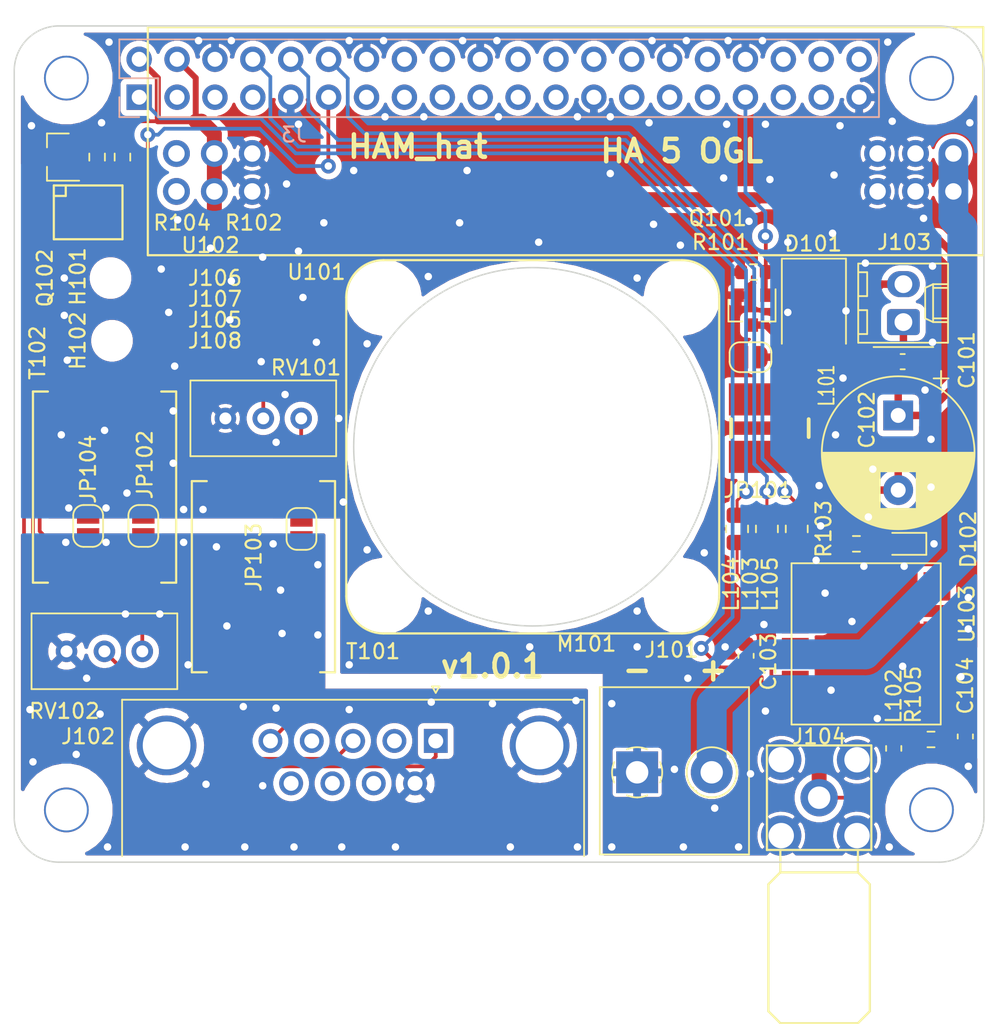
<source format=kicad_pcb>
(kicad_pcb (version 20171130) (host pcbnew "(5.1.12)")
  (title_block (title "Ham hat") (date 2021-12-03) (rev v1.0.1) (company "Logonex Bt.") (comment 1 "Drawn by HA5OGL"))
  (layers (0 F.Cu signal) (31 B.Cu signal) (34 B.Paste user) (35 F.Paste user) (36 B.SilkS user) (37 F.SilkS user) (38 B.Mask user) (39 F.Mask user) (44 Edge.Cuts user))
  (net 0 "")
  (net 1 /P5V_HAT)
  (net 2 GND)
  (net 3 "Net-(J101-Pad2)")
  (net 4 "Net-(C101-Pad2)")
  (net 5 "Net-(D101-Pad2)")
  (net 6 "Net-(D102-Pad2)")
  (net 7 GNDA)
  (net 8 "Net-(J3-Pad8)")
  (net 9 "Net-(J3-Pad10)")
  (net 10 "Net-(J104-Pad1)")
  (net 11 /P3V3_HAT)
  (net 12 "Net-(J105-Pad1)")
  (net 13 "Net-(J107-Pad1)")
  (net 14 /PTT)
  (net 15 /PWM)
  (net 16 "Net-(Q102-Pad3)")
  (net 17 "Net-(R104-Pad1)")
  (net 18 "Net-(C104-Pad2)")
  (net 19 "Net-(L102-Pad1)")
  (net 20 "Net-(L103-Pad2)")
  (net 21 "Net-(L104-Pad2)")
  (net 22 "Net-(J102-Pad5)")
  (net 23 "Net-(J102-Pad3)")
  (net 24 "Net-(J102-Pad1)")
  (net 25 "Net-(J3-Pad12)")
  (net 26 "Net-(L105-Pad2)")
  (net 27 "Net-(JP102-Pad2)")
  (net 28 "Net-(JP103-Pad1)")
  (module Jumper:SolderJumper-2_P1.3mm_Open_RoundedPad1.0x1.5mm (layer F.Cu) (at 83.5 94.3 270)
    (fp_text reference JP104 (at -3.8 0 90) (layer F.SilkS))
    (fp_text value SolderJumper_2_Open)
    (pad 2 smd custom (at 0.65 0 270) (size 1 0.5) (layers F.Cu F.Mask) (net 7 GNDA) (options (clearance outline) (anchor rect)) (primitives (gr_circle (center 0 0.25) (end 0.5 0.25) (width 0)) (gr_circle (center 0 -0.25) (end 0.5 -0.25) (width 0)) (gr_poly (pts (xy 0 -0.75) (xy -0.5 -0.75) (xy -0.5 0.75) (xy 0 0.75)) (width 0))))
    (pad 1 smd custom (at -0.65 0 270) (size 1 0.5) (layers F.Cu F.Mask) (net 2 GND) (options (clearance outline) (anchor rect)) (primitives (gr_circle (center 0 0.25) (end 0.5 0.25) (width 0)) (gr_circle (center 0 -0.25) (end 0.5 -0.25) (width 0)) (gr_poly (pts (xy 0 -0.75) (xy 0.5 -0.75) (xy 0.5 0.75) (xy 0 0.75)) (width 0))))
  )
  (module Jumper:SolderJumper-2_P1.3mm_Open_RoundedPad1.0x1.5mm (layer F.Cu) (at 97.8 94.5 270)
    (fp_text reference JP103 (at 1.9 3.2 90) (layer F.SilkS))
    (fp_text value SolderJumper_2_Open)
    (pad 2 smd custom (at 0.65 0 270) (size 1 0.5) (layers F.Cu F.Mask) (net 22 "Net-(J102-Pad5)") (options (clearance outline) (anchor rect)) (primitives (gr_circle (center 0 0.25) (end 0.5 0.25) (width 0)) (gr_circle (center 0 -0.25) (end 0.5 -0.25) (width 0)) (gr_poly (pts (xy 0 -0.75) (xy -0.5 -0.75) (xy -0.5 0.75) (xy 0 0.75)) (width 0))))
    (pad 1 smd custom (at -0.65 0 270) (size 1 0.5) (layers F.Cu F.Mask) (net 28 "Net-(JP103-Pad1)") (options (clearance outline) (anchor rect)) (primitives (gr_circle (center 0 0.25) (end 0.5 0.25) (width 0)) (gr_circle (center 0 -0.25) (end 0.5 -0.25) (width 0)) (gr_poly (pts (xy 0 -0.75) (xy 0.5 -0.75) (xy 0.5 0.75) (xy 0 0.75)) (width 0))))
  )
  (module Jumper:SolderJumper-2_P1.3mm_Open_RoundedPad1.0x1.5mm (layer F.Cu) (at 87.2 94.3 270)
    (fp_text reference JP102 (at -4.1 -0.1 90) (layer F.SilkS))
    (fp_text value SolderJumper_2_Open)
    (pad 2 smd custom (at 0.65 0 270) (size 1 0.5) (layers F.Cu F.Mask) (net 27 "Net-(JP102-Pad2)") (options (clearance outline) (anchor rect)) (primitives (gr_circle (center 0 0.25) (end 0.5 0.25) (width 0)) (gr_circle (center 0 -0.25) (end 0.5 -0.25) (width 0)) (gr_poly (pts (xy 0 -0.75) (xy -0.5 -0.75) (xy -0.5 0.75) (xy 0 0.75)) (width 0))))
    (pad 1 smd custom (at -0.65 0 270) (size 1 0.5) (layers F.Cu F.Mask) (net 13 "Net-(J107-Pad1)") (options (clearance outline) (anchor rect)) (primitives (gr_circle (center 0 0.25) (end 0.5 0.25) (width 0)) (gr_circle (center 0 -0.25) (end 0.5 -0.25) (width 0)) (gr_poly (pts (xy 0 -0.75) (xy 0.5 -0.75) (xy 0.5 0.75) (xy 0 0.75)) (width 0))))
  )
  (module Resistor_SMD:R_0805_2012Metric (layer F.Cu) (at 131 94.5 270)
    (fp_text reference L105 (at 3.7 1.8 90) (layer F.SilkS))
    (fp_text value Ferrite)
    (pad 2 smd roundrect (at 0.9125 0 270) (size 1.025 1.4) (layers F.Cu F.Paste F.Mask) (roundrect_rratio 0.243902) (net 26 "Net-(L105-Pad2)"))
    (pad 1 smd roundrect (at -0.9125 0 270) (size 1.025 1.4) (layers F.Cu F.Paste F.Mask) (roundrect_rratio 0.243902) (net 25 "Net-(J3-Pad12)"))
  )
  (module l_rf:SMA_angled (layer F.Cu) (at 132.5 112.5 270)
    (fp_text reference J104 (at -4.1 0 180) (layer F.SilkS))
    (fp_text value SMA6252A2)
    (pad 2 thru_hole circle (at -2.54 2.54 270) (size 2.7 2.7) (drill 1.7) (layers *.Cu *.Mask) (net 2 GND))
    (pad 2 thru_hole circle (at 2.54 2.54 270) (size 2.7 2.7) (drill 1.7) (layers *.Cu *.Mask) (net 2 GND))
    (pad 2 thru_hole circle (at 2.54 -2.54 270) (size 2.7 2.7) (drill 1.7) (layers *.Cu *.Mask) (net 2 GND))
    (pad 2 thru_hole circle (at -2.54 -2.54 270) (size 2.7 2.7) (drill 1.7) (layers *.Cu *.Mask) (net 2 GND))
    (pad 1 thru_hole circle (at 0 0 270) (size 2.5 2.5) (drill 1.5) (layers *.Cu *.Mask) (net 10 "Net-(J104-Pad1)"))
  )
  (module Resistor_SMD:R_0603_1608Metric (layer F.Cu) (at 140 108.6)
    (fp_text reference R105 (at -1.2 -3 90) (layer F.SilkS))
    (fp_text value 10R)
    (pad 2 smd roundrect (at 0.825 0) (size 0.8 0.95) (layers F.Cu F.Paste F.Mask) (net 18 "Net-(C104-Pad2)"))
    (pad 1 smd roundrect (at -0.825 0) (size 0.8 0.95) (layers F.Cu F.Paste F.Mask) (net 19 "Net-(L102-Pad1)"))
  )
  (module Resistor_SMD:R_0805_2012Metric (layer F.Cu) (at 127 94.5 270)
    (fp_text reference L104 (at 3.7 0.4 90) (layer F.SilkS))
    (fp_text value Ferrite)
    (pad 2 smd roundrect (at 0.9125 0 270) (size 1.025 1.4) (layers F.Cu F.Paste F.Mask) (roundrect_rratio 0.243902) (net 21 "Net-(L104-Pad2)"))
    (pad 1 smd roundrect (at -0.9125 0 270) (size 1.025 1.4) (layers F.Cu F.Paste F.Mask) (roundrect_rratio 0.243902) (net 8 "Net-(J3-Pad8)"))
  )
  (module Resistor_SMD:R_0805_2012Metric (layer F.Cu) (at 129 94.5 270)
    (fp_text reference L103 (at 3.7 1.1 90) (layer F.SilkS))
    (fp_text value Ferrite)
    (pad 2 smd roundrect (at 0.9125 0 270) (size 1.025 1.4) (layers F.Cu F.Paste F.Mask) (roundrect_rratio 0.243902) (net 20 "Net-(L103-Pad2)"))
    (pad 1 smd roundrect (at -0.9125 0 270) (size 1.025 1.4) (layers F.Cu F.Paste F.Mask) (roundrect_rratio 0.243902) (net 9 "Net-(J3-Pad10)"))
  )
  (module Inductor_SMD:L_0603_1608Metric (layer F.Cu) (at 137.5 109.2 270)
    (fp_text reference L102 (at -3.5 0 90) (layer F.SilkS))
    (fp_text value 27u)
    (pad 2 smd roundrect (at 0.7875 0 270) (size 0.875 0.95) (layers F.Cu F.Paste F.Mask) (net 10 "Net-(J104-Pad1)"))
    (pad 1 smd roundrect (at -0.7875 0 270) (size 0.875 0.95) (layers F.Cu F.Paste F.Mask) (net 19 "Net-(L102-Pad1)"))
  )
  (module Capacitor_SMD:C_0603_1608Metric (layer F.Cu) (at 142.3 108.4 90)
    (fp_text reference C104 (at 3.4 0 90) (layer F.SilkS))
    (fp_text value 10n)
    (pad 2 smd roundrect (at 0.775 0 90) (size 0.9 0.95) (layers F.Cu F.Paste F.Mask) (net 18 "Net-(C104-Pad2)"))
    (pad 1 smd roundrect (at -0.775 0 90) (size 0.9 0.95) (layers F.Cu F.Paste F.Mask) (net 2 GND))
  )
  (module l_transformer:SM_LP_5001 (layer F.Cu) (at 84.6 91.7 270)
    (fp_text reference T102 (at -9 4.5 90) (layer F.SilkS))
    (fp_text value SM-LP-5001)
    (pad 6 smd rect (at 6.25 -2.54 270) (size 2.5 1.5) (layers F.Cu F.Paste F.Mask) (net 27 "Net-(JP102-Pad2)"))
    (pad 5 smd rect (at 6.25 0 270) (size 2.5 1.5) (layers F.Cu F.Paste F.Mask))
    (pad 4 smd rect (at 6.25 2.54 270) (size 2.5 1.5) (layers F.Cu F.Paste F.Mask) (net 7 GNDA))
    (pad 3 smd rect (at -6.25 2.54 270) (size 2.5 1.5) (layers F.Cu F.Paste F.Mask) (net 2 GND))
    (pad 2 smd rect (at -6.25 0 270) (size 2.5 1.5) (layers F.Cu F.Paste F.Mask))
    (pad 1 smd rect (at -6.25 -2.54 270) (size 2.5 1.5) (layers F.Cu F.Paste F.Mask) (net 13 "Net-(J107-Pad1)"))
  )
  (module l_transformer:SM_LP_5001 (layer F.Cu) (at 95.25 97.7 270)
    (fp_text reference T101 (at 5 -7.35 180) (layer F.SilkS))
    (fp_text value SM-LP-5001)
    (pad 6 smd rect (at 6.25 -2.54 270) (size 2.5 1.5) (layers F.Cu F.Paste F.Mask) (net 22 "Net-(J102-Pad5)"))
    (pad 5 smd rect (at 6.25 0 270) (size 2.5 1.5) (layers F.Cu F.Paste F.Mask))
    (pad 4 smd rect (at 6.25 2.54 270) (size 2.5 1.5) (layers F.Cu F.Paste F.Mask) (net 7 GNDA))
    (pad 3 smd rect (at -6.25 2.54 270) (size 2.5 1.5) (layers F.Cu F.Paste F.Mask) (net 2 GND))
    (pad 2 smd rect (at -6.25 0 270) (size 2.5 1.5) (layers F.Cu F.Paste F.Mask))
    (pad 1 smd rect (at -6.25 -2.54 270) (size 2.5 1.5) (layers F.Cu F.Paste F.Mask) (net 28 "Net-(JP103-Pad1)"))
  )
  (module l_SM_inductors:IND_PCD0504 (layer F.Cu) (at 129.2 87.75 270)
    (fp_text reference L101 (at -2.85 -3.8 270) (layer F.SilkS) (effects (font (size 1.016 0.762) (thickness 0.127))))
    (fp_text value 220u)
    (pad 2 smd rect (at 1.925 0 180) (size 5.5 2.15) (layers F.Cu F.Paste F.Mask) (net 4 "Net-(C101-Pad2)"))
    (pad 1 smd rect (at -1.925 0 180) (size 5.5 2.15) (layers F.Cu F.Paste F.Mask) (net 5 "Net-(D101-Pad2)"))
  )
  (module l_optocoupler:11-4M1S (layer F.Cu) (at 83.5 73.3)
    (fp_text reference U102 (at 8.2 2.2) (layer F.SilkS))
    (fp_text value TLP185)
    (pad 4 smd rect (at 3.2512 1.27) (size 0.89916 0.89916) (layers F.Cu F.Paste F.Mask) (net 7 GNDA))
    (pad 6 smd rect (at 3.2512 -1.27) (size 0.89916 0.89916) (layers F.Cu F.Paste F.Mask) (net 23 "Net-(J102-Pad3)"))
    (pad 1 smd rect (at -3.2512 -1.27) (size 0.89916 0.89916) (layers F.Cu F.Paste F.Mask) (net 17 "Net-(R104-Pad1)"))
    (pad 3 smd rect (at -3.2512 1.27) (size 0.89916 0.89916) (layers F.Cu F.Paste F.Mask) (net 16 "Net-(Q102-Pad3)"))
  )
  (module LED_SMD:LED_0603_1608Metric (layer F.Cu) (at 138.2 95.5 180)
    (fp_text reference D102 (at -4.3 0.3 90) (layer F.SilkS))
    (fp_text value GRE)
    (pad 2 smd roundrect (at 0.7875 0 180) (size 0.875 0.95) (layers F.Cu F.Paste F.Mask) (net 6 "Net-(D102-Pad2)"))
    (pad 1 smd roundrect (at -0.7875 0 180) (size 0.875 0.95) (layers F.Cu F.Paste F.Mask) (net 2 GND))
  )
  (module Resistor_SMD:R_0603_1608Metric (layer F.Cu) (at 85.8 69.6 90)
    (fp_text reference R104 (at -4.4 4 180) (layer F.SilkS))
    (fp_text value 510R)
    (pad 2 smd roundrect (at 0.825 0 90) (size 0.8 0.95) (layers F.Cu F.Paste F.Mask) (net 1 /P5V_HAT))
    (pad 1 smd roundrect (at -0.825 0 90) (size 0.8 0.95) (layers F.Cu F.Paste F.Mask) (net 17 "Net-(R104-Pad1)"))
  )
  (module Resistor_SMD:R_0603_1608Metric (layer F.Cu) (at 135 95.5)
    (fp_text reference R103 (at -2.2 -1 90) (layer F.SilkS))
    (fp_text value 510R)
    (pad 2 smd roundrect (at 0.825 0) (size 0.8 0.95) (layers F.Cu F.Paste F.Mask) (net 6 "Net-(D102-Pad2)"))
    (pad 1 smd roundrect (at -0.825 0) (size 0.8 0.95) (layers F.Cu F.Paste F.Mask) (net 26 "Net-(L105-Pad2)"))
  )
  (module Package_TO_SOT_SMD:SOT-23 (layer F.Cu) (at 81.5 69.6 180)
    (fp_text reference Q102 (at 0.9 -8.1 90) (layer F.SilkS))
    (fp_text value BSS138)
    (pad 3 smd rect (at 1 0 180) (size 0.9 0.8) (layers F.Cu F.Paste F.Mask) (net 16 "Net-(Q102-Pad3)"))
    (pad 2 smd rect (at -1 0.95 180) (size 0.9 0.8) (layers F.Cu F.Paste F.Mask) (net 2 GND))
    (pad 1 smd rect (at -1 -0.95 180) (size 0.9 0.8) (layers F.Cu F.Paste F.Mask) (net 14 /PTT))
  )
  (module l_rf:MAX8 (layer F.Cu) (at 135.65 102.2 270)
    (fp_text reference U103 (at -2 -6.75 90) (layer F.SilkS))
    (fp_text value MAX-8C-0)
    (pad 9 smd rect (at 4.4 4.75 270) (size 0.8 1.8) (layers F.Cu F.Paste F.Mask))
    (pad 10 smd rect (at 4.4 -4.75 270) (size 0.8 1.8) (layers F.Cu F.Paste F.Mask) (net 2 GND))
    (pad 8 smd rect (at 3.3 4.75 270) (size 0.8 1.8) (layers F.Cu F.Paste F.Mask) (net 11 /P3V3_HAT))
    (pad 11 smd rect (at 3.3 -4.75 270) (size 0.8 1.8) (layers F.Cu F.Paste F.Mask) (net 10 "Net-(J104-Pad1)"))
    (pad 7 smd rect (at 2.2 4.75 270) (size 0.8 1.8) (layers F.Cu F.Paste F.Mask) (net 11 /P3V3_HAT))
    (pad 12 smd rect (at 2.2 -4.75 270) (size 0.8 1.8) (layers F.Cu F.Paste F.Mask) (net 2 GND))
    (pad 6 smd rect (at 1.1 4.75 270) (size 0.8 1.8) (layers F.Cu F.Paste F.Mask) (net 11 /P3V3_HAT))
    (pad 13 smd rect (at 1.1 -4.75 270) (size 0.8 1.8) (layers F.Cu F.Paste F.Mask))
    (pad 5 smd rect (at 0 4.75 270) (size 0.8 1.8) (layers F.Cu F.Paste F.Mask))
    (pad 14 smd rect (at 0 -4.75 270) (size 0.8 1.8) (layers F.Cu F.Paste F.Mask) (net 18 "Net-(C104-Pad2)"))
    (pad 4 smd rect (at -1.1 4.75 270) (size 0.8 1.8) (layers F.Cu F.Paste F.Mask) (net 26 "Net-(L105-Pad2)"))
    (pad 15 smd rect (at -1.1 -4.75 270) (size 0.8 1.8) (layers F.Cu F.Paste F.Mask) (net 2 GND))
    (pad 3 smd rect (at -2.2 4.75 270) (size 0.8 1.8) (layers F.Cu F.Paste F.Mask) (net 21 "Net-(L104-Pad2)"))
    (pad 16 smd rect (at -2.2 -4.75 270) (size 0.8 1.8) (layers F.Cu F.Paste F.Mask))
    (pad 2 smd rect (at -3.3 4.75 270) (size 0.8 1.8) (layers F.Cu F.Paste F.Mask) (net 20 "Net-(L103-Pad2)"))
    (pad 17 smd rect (at -3.3 -4.75 270) (size 0.8 1.8) (layers F.Cu F.Paste F.Mask))
    (pad 1 smd rect (at -4.4 4.75 270) (size 0.8 1.8) (layers F.Cu F.Paste F.Mask) (net 2 GND))
    (pad 18 smd rect (at -4.4 -4.75 270) (size 0.8 1.8) (layers F.Cu F.Paste F.Mask))
  )
  (module l_fan:25x25 (layer F.Cu) (at 113.3 89 180)
    (fp_text reference M101 (at -3.6 -13.2 180) (layer F.SilkS))
    (fp_text value Fan)
    (fp_circle (center 0 0) (end 12 0) (layer Edge.Cuts) (width 0.1))
    (pad "" np_thru_hole circle (at -10 10 180) (size 2.7 2.7) (drill 2.7) (layers *.Cu *.Mask) (clearance 1.2))
    (pad "" np_thru_hole circle (at 10 10 180) (size 2.7 2.7) (drill 2.7) (layers *.Cu *.Mask) (clearance 1.2))
    (pad "" np_thru_hole circle (at 10 -10 180) (size 2.7 2.7) (drill 2.7) (layers *.Cu *.Mask) (clearance 1.2))
    (pad "" np_thru_hole circle (at -10 -10 180) (size 2.7 2.7) (drill 2.7) (layers *.Cu *.Mask) (clearance 1.2))
  )
  (module MountingHole:MountingHole_2mm (layer F.Cu) (at 85.1 81.9)
    (fp_text reference H102 (at -2.3 0 270) (layer F.SilkS))
    (fp_text value 2mm_Mounting_Hole)
    (pad "" np_thru_hole circle (at 0 0) (size 2 2) (drill 2) (layers *.Cu *.Mask))
  )
  (module MountingHole:MountingHole_2mm (layer F.Cu) (at 85 77.7)
    (fp_text reference H101 (at -2.2 -0.1 270) (layer F.SilkS))
    (fp_text value 2mm_Mounting_Hole)
    (pad "" np_thru_hole circle (at 0 0) (size 2 2) (drill 2) (layers *.Cu *.Mask))
  )
  (module Capacitor_SMD:C_0603_1608Metric (layer F.Cu) (at 127.6 103 90)
    (fp_text reference C103 (at -0.4 1.5 90) (layer F.SilkS))
    (fp_text value 100n)
    (pad 2 smd roundrect (at 0.775 0 90) (size 0.9 0.95) (layers F.Cu F.Paste F.Mask) (net 2 GND))
    (pad 1 smd roundrect (at -0.775 0 90) (size 0.9 0.95) (layers F.Cu F.Paste F.Mask) (net 11 /P3V3_HAT))
  )
  (module Jumper:SolderJumper-2_P1.3mm_Open_RoundedPad1.0x1.5mm (layer F.Cu) (at 127.9 83 180)
    (fp_text reference JP101 (at -0.5 -8.9) (layer F.SilkS))
    (fp_text value SolderJumper_2_Open)
    (pad 2 smd custom (at 0.65 0 180) (size 1 0.5) (layers F.Cu F.Mask) (net 2 GND) (options (clearance outline) (anchor rect)) (primitives (gr_circle (center 0 0.25) (end 0.5 0.25) (width 0)) (gr_circle (center 0 -0.25) (end 0.5 -0.25) (width 0)) (gr_poly (pts (xy 0 -0.75) (xy -0.5 -0.75) (xy -0.5 0.75) (xy 0 0.75)) (width 0))))
    (pad 1 smd custom (at -0.65 0 180) (size 1 0.5) (layers F.Cu F.Mask) (net 5 "Net-(D101-Pad2)") (options (clearance outline) (anchor rect)) (primitives (gr_circle (center 0 0.25) (end 0.5 0.25) (width 0)) (gr_circle (center 0 -0.25) (end 0.5 -0.25) (width 0)) (gr_poly (pts (xy 0 -0.75) (xy 0.5 -0.75) (xy 0.5 0.75) (xy 0 0.75)) (width 0))))
  )
  (module Connector_Wire:SolderWirePad_1x01_SMD_1x2mm (layer F.Cu) (at 95.2 81.9 90)
    (fp_text reference J108 (at 0 -3.2 180) (layer F.SilkS))
    (fp_text value Conn_01x01)
    (pad 1 smd roundrect (at 0 0 90) (size 1 2) (layers F.Cu F.Paste F.Mask) (net 2 GND))
  )
  (module Connector_Wire:SolderWirePad_1x01_SMD_1x2mm (layer F.Cu) (at 95.2 79.1 90)
    (fp_text reference J107 (at 0 -3.2 180) (layer F.SilkS))
    (fp_text value Conn_01x01)
    (pad 1 smd roundrect (at 0 0 90) (size 1 2) (layers F.Cu F.Paste F.Mask) (net 13 "Net-(J107-Pad1)"))
  )
  (module Connector_Wire:SolderWirePad_1x01_SMD_1x2mm (layer F.Cu) (at 95.2 77.7 90)
    (fp_text reference J106 (at 0 -3.2 180) (layer F.SilkS))
    (fp_text value Conn_01x01)
    (pad 1 smd roundrect (at 0 0 90) (size 1 2) (layers F.Cu F.Paste F.Mask) (net 2 GND))
  )
  (module Connector_Wire:SolderWirePad_1x01_SMD_1x2mm (layer F.Cu) (at 95.2 80.5 90)
    (fp_text reference J105 (at 0 -3.2 180) (layer F.SilkS))
    (fp_text value Conn_01x01)
    (pad 1 smd roundrect (at 0 0 90) (size 1 2) (layers F.Cu F.Paste F.Mask) (net 12 "Net-(J105-Pad1)"))
  )
  (module Capacitor_THT:CP_Radial_D10.0mm_P5.00mm (layer F.Cu) (at 137.8 86.9 270)
    (fp_text reference C102 (at 0.3 2.1 270) (layer F.SilkS))
    (fp_text value 470u)
    (pad 2 thru_hole circle (at 5 0 270) (size 2 2) (drill 1) (layers *.Cu *.Mask) (net 4 "Net-(C101-Pad2)"))
    (pad 1 thru_hole rect (at 0 0 270) (size 2 2) (drill 1) (layers *.Cu *.Mask) (net 1 /P5V_HAT))
  )
  (module Potentiometer_THT:Potentiometer_Bourns_3296W_Vertical (layer F.Cu) (at 82.05 102.7 180)
    (fp_text reference RV102 (at 0.15 -4) (layer F.SilkS))
    (fp_text value 10k)
    (pad 3 thru_hole circle (at -5.08 0 180) (size 1.44 1.44) (drill 0.8) (layers *.Cu *.Mask) (net 27 "Net-(JP102-Pad2)"))
    (pad 2 thru_hole circle (at -2.54 0 180) (size 1.44 1.44) (drill 0.8) (layers *.Cu *.Mask) (net 24 "Net-(J102-Pad1)"))
    (pad 1 thru_hole circle (at 0 0 180) (size 1.44 1.44) (drill 0.8) (layers *.Cu *.Mask) (net 7 GNDA))
  )
  (module Potentiometer_THT:Potentiometer_Bourns_3296W_Vertical (layer F.Cu) (at 92.7 87.1 180)
    (fp_text reference RV101 (at -5.4 3.4 180) (layer F.SilkS))
    (fp_text value 10k)
    (pad 3 thru_hole circle (at -5.08 0 180) (size 1.44 1.44) (drill 0.8) (layers *.Cu *.Mask) (net 28 "Net-(JP103-Pad1)"))
    (pad 2 thru_hole circle (at -2.54 0 180) (size 1.44 1.44) (drill 0.8) (layers *.Cu *.Mask) (net 12 "Net-(J105-Pad1)"))
    (pad 1 thru_hole circle (at 0 0 180) (size 1.44 1.44) (drill 0.8) (layers *.Cu *.Mask) (net 2 GND))
  )
  (module Resistor_SMD:R_0603_1608Metric (layer F.Cu) (at 84.1 69.6 270)
    (fp_text reference R102 (at 4.4 -10.5 180) (layer F.SilkS))
    (fp_text value 10k)
    (pad 2 smd roundrect (at 0.825 0 270) (size 0.8 0.95) (layers F.Cu F.Paste F.Mask) (net 14 /PTT))
    (pad 1 smd roundrect (at -0.825 0 270) (size 0.8 0.95) (layers F.Cu F.Paste F.Mask) (net 2 GND))
  )
  (module Resistor_SMD:R_0603_1608Metric (layer F.Cu) (at 128.1 77.3 180)
    (fp_text reference R101 (at 2.2 2) (layer F.SilkS))
    (fp_text value 10k)
    (pad 2 smd roundrect (at 0.825 0 180) (size 0.8 0.95) (layers F.Cu F.Paste F.Mask) (net 2 GND))
    (pad 1 smd roundrect (at -0.825 0 180) (size 0.8 0.95) (layers F.Cu F.Paste F.Mask) (net 15 /PWM))
  )
  (module Package_TO_SOT_SMD:SOT-23 (layer F.Cu) (at 128 79.85 270)
    (fp_text reference Q101 (at -6.15 2.3 180) (layer F.SilkS))
    (fp_text value BSS138)
    (pad 3 smd rect (at 1 0 270) (size 0.9 0.8) (layers F.Cu F.Paste F.Mask) (net 5 "Net-(D101-Pad2)"))
    (pad 2 smd rect (at -1 0.95 270) (size 0.9 0.8) (layers F.Cu F.Paste F.Mask) (net 2 GND))
    (pad 1 smd rect (at -1 -0.95 270) (size 0.9 0.8) (layers F.Cu F.Paste F.Mask) (net 15 /PWM))
  )
  (module Connector_Molex:Molex_KK-254_AE-6410-02A_1x02_P2.54mm_Vertical (layer F.Cu) (at 138.15 80.65 90)
    (fp_text reference J103 (at 5.35 0.05 180) (layer F.SilkS))
    (fp_text value NCW254-02S)
    (pad 2 thru_hole oval (at 2.54 0 90) (size 1.74 2.19) (drill 1.19) (layers *.Cu *.Mask) (net 4 "Net-(C101-Pad2)"))
    (pad 1 thru_hole roundrect (at 0 0 90) (size 1.74 2.19) (drill 1.19) (layers *.Cu *.Mask) (roundrect_rratio 0.143678) (net 1 /P5V_HAT))
  )
  (module l_connector:TerminalBlock-2-5.0_1x02_P5.0mm_Horizontal (layer F.Cu) (at 120.3 110.8)
    (fp_text reference J101 (at 2.3 -8.2) (layer F.SilkS))
    (fp_text value TL212V-02P-G12S)
    (pad 2 thru_hole circle (at 5 0) (size 2.8 2.8) (drill 1.5) (layers *.Cu *.Mask) (net 3 "Net-(J101-Pad2)"))
    (pad 1 thru_hole rect (at 0 0) (size 2.8 2.8) (drill 1.5) (layers *.Cu *.Mask) (net 2 GND))
  )
  (module Diode_SMD:D_SMB (layer F.Cu) (at 132.15 79.95 270)
    (fp_text reference D101 (at -4.55 0.05 180) (layer F.SilkS))
    (fp_text value SK110B)
    (pad 2 smd rect (at 2.15 0 270) (size 2.5 2.3) (layers F.Cu F.Paste F.Mask) (net 5 "Net-(D101-Pad2)"))
    (pad 1 smd rect (at -2.15 0 270) (size 2.5 2.3) (layers F.Cu F.Paste F.Mask) (net 1 /P5V_HAT))
  )
  (module Capacitor_SMD:C_0603_1608Metric (layer F.Cu) (at 138.1 83.3 180)
    (fp_text reference C101 (at -4.3 0.1 90) (layer F.SilkS))
    (fp_text value 100n)
    (pad 2 smd roundrect (at 0.775 0 180) (size 0.9 0.95) (layers F.Cu F.Paste F.Mask) (net 4 "Net-(C101-Pad2)"))
    (pad 1 smd roundrect (at -0.775 0 180) (size 0.9 0.95) (layers F.Cu F.Paste F.Mask) (net 1 /P5V_HAT))
  )
  (module Connector_Dsub:DSUB-9_Female_Horizontal_P2.77x2.84mm_EdgePinOffset4.94mm_Housed_MountingHolesOffset7.48mm (layer F.Cu) (at 106.8 108.7)
    (fp_text reference J102 (at -23.3 -0.3) (layer F.SilkS))
    (fp_text value DB-9RS-C)
    (pad 0 thru_hole circle (at 6.96 0.3) (size 4 4) (drill 3.2) (layers *.Cu *.Mask) (net 7 GNDA))
    (pad 0 thru_hole circle (at -18.04 0.3) (size 4 4) (drill 3.2) (layers *.Cu *.Mask) (net 7 GNDA))
    (pad 9 thru_hole circle (at -9.695 2.84) (size 1.6 1.6) (drill 1) (layers *.Cu *.Mask))
    (pad 8 thru_hole circle (at -6.925 2.84) (size 1.6 1.6) (drill 1) (layers *.Cu *.Mask))
    (pad 7 thru_hole circle (at -4.155 2.84) (size 1.6 1.6) (drill 1) (layers *.Cu *.Mask))
    (pad 6 thru_hole circle (at -1.385 2.84) (size 1.6 1.6) (drill 1) (layers *.Cu *.Mask) (net 7 GNDA))
    (pad 5 thru_hole circle (at -11.08 0) (size 1.6 1.6) (drill 1) (layers *.Cu *.Mask) (net 22 "Net-(J102-Pad5)"))
    (pad 4 thru_hole circle (at -8.31 0) (size 1.6 1.6) (drill 1) (layers *.Cu *.Mask))
    (pad 3 thru_hole circle (at -5.54 0) (size 1.6 1.6) (drill 1) (layers *.Cu *.Mask) (net 23 "Net-(J102-Pad3)"))
    (pad 2 thru_hole circle (at -2.77 0) (size 1.6 1.6) (drill 1) (layers *.Cu *.Mask))
    (pad 1 thru_hole rect (at 0 0) (size 1.6 1.6) (drill 1) (layers *.Cu *.Mask) (net 24 "Net-(J102-Pad1)"))
  )
  (module l_power_mod:power_mod3A (layer F.Cu) (at 141.5 71.9 180)
    (fp_text reference U101 (at 42.7 -5.4) (layer F.SilkS))
    (fp_text value power_mod)
    (pad 7 thru_hole circle (at 52.08 2.54 180) (size 1.8 1.8) (drill 1.1) (layers *.Cu *.Mask))
    (pad 8 thru_hole circle (at 52.08 0 180) (size 1.8 1.8) (drill 1.1) (layers *.Cu *.Mask))
    (pad 9 thru_hole circle (at 49.54 2.54 180) (size 1.8 1.8) (drill 1.1) (layers *.Cu *.Mask) (net 1 /P5V_HAT))
    (pad 10 thru_hole circle (at 49.54 0 180) (size 1.8 1.8) (drill 1.1) (layers *.Cu *.Mask) (net 1 /P5V_HAT))
    (pad 11 thru_hole circle (at 47 2.54 180) (size 1.8 1.8) (drill 1.1) (layers *.Cu *.Mask) (net 2 GND))
    (pad 6 thru_hole circle (at 5.08 2.54 180) (size 1.8 1.8) (drill 1.1) (layers *.Cu *.Mask) (net 2 GND))
    (pad 5 thru_hole circle (at 5.08 0 180) (size 1.8 1.8) (drill 1.1) (layers *.Cu *.Mask) (net 2 GND))
    (pad 4 thru_hole circle (at 2.54 2.54 180) (size 1.8 1.8) (drill 1.1) (layers *.Cu *.Mask) (net 2 GND))
    (pad 3 thru_hole circle (at 2.54 0 180) (size 1.8 1.8) (drill 1.1) (layers *.Cu *.Mask) (net 2 GND))
    (pad 2 thru_hole circle (at 0 2.54 180) (size 1.8 1.8) (drill 1.1) (layers *.Cu *.Mask) (net 3 "Net-(J101-Pad2)"))
    (pad 12 thru_hole circle (at 47 0 180) (size 1.8 1.8) (drill 1.1) (layers *.Cu *.Mask) (net 2 GND))
    (pad 1 thru_hole circle (at 0 0 180) (size 1.8 1.8) (drill 1.1) (layers *.Cu *.Mask) (net 3 "Net-(J101-Pad2)"))
  )
  (module Connector_PinSocket_2.54mm:PinSocket_2x20_P2.54mm_Vertical (layer B.Cu) (at 86.92 65.59 270)
    (fp_text reference J3 (at 2.51 -10.38) (layer B.SilkS) (effects (justify mirror)))
    (fp_text value FHDH2.54-40)
    (pad 1 thru_hole rect (at 0 0 270) (size 1.7 1.7) (drill 1) (layers *.Cu *.Mask) (net 11 /P3V3_HAT))
    (pad 2 thru_hole oval (at -2.54 0 270) (size 1.7 1.7) (drill 1) (layers *.Cu *.Mask) (net 1 /P5V_HAT))
    (pad 3 thru_hole oval (at 0 -2.54 270) (size 1.7 1.7) (drill 1) (layers *.Cu *.Mask))
    (pad 4 thru_hole oval (at -2.54 -2.54 270) (size 1.7 1.7) (drill 1) (layers *.Cu *.Mask) (net 1 /P5V_HAT))
    (pad 5 thru_hole oval (at 0 -5.08 270) (size 1.7 1.7) (drill 1) (layers *.Cu *.Mask))
    (pad 6 thru_hole oval (at -2.54 -5.08 270) (size 1.7 1.7) (drill 1) (layers *.Cu *.Mask) (net 2 GND))
    (pad 7 thru_hole oval (at 0 -7.62 270) (size 1.7 1.7) (drill 1) (layers *.Cu *.Mask))
    (pad 8 thru_hole oval (at -2.54 -7.62 270) (size 1.7 1.7) (drill 1) (layers *.Cu *.Mask) (net 8 "Net-(J3-Pad8)"))
    (pad 9 thru_hole oval (at 0 -10.16 270) (size 1.7 1.7) (drill 1) (layers *.Cu *.Mask) (net 2 GND))
    (pad 10 thru_hole oval (at -2.54 -10.16 270) (size 1.7 1.7) (drill 1) (layers *.Cu *.Mask) (net 9 "Net-(J3-Pad10)"))
    (pad 11 thru_hole oval (at 0 -12.7 270) (size 1.7 1.7) (drill 1) (layers *.Cu *.Mask) (net 14 /PTT))
    (pad 12 thru_hole oval (at -2.54 -12.7 270) (size 1.7 1.7) (drill 1) (layers *.Cu *.Mask) (net 25 "Net-(J3-Pad12)"))
    (pad 13 thru_hole oval (at 0 -15.24 270) (size 1.7 1.7) (drill 1) (layers *.Cu *.Mask))
    (pad 14 thru_hole oval (at -2.54 -15.24 270) (size 1.7 1.7) (drill 1) (layers *.Cu *.Mask) (net 2 GND))
    (pad 15 thru_hole oval (at 0 -17.78 270) (size 1.7 1.7) (drill 1) (layers *.Cu *.Mask))
    (pad 16 thru_hole oval (at -2.54 -17.78 270) (size 1.7 1.7) (drill 1) (layers *.Cu *.Mask))
    (pad 17 thru_hole oval (at 0 -20.32 270) (size 1.7 1.7) (drill 1) (layers *.Cu *.Mask))
    (pad 18 thru_hole oval (at -2.54 -20.32 270) (size 1.7 1.7) (drill 1) (layers *.Cu *.Mask))
    (pad 19 thru_hole oval (at 0 -22.86 270) (size 1.7 1.7) (drill 1) (layers *.Cu *.Mask))
    (pad 20 thru_hole oval (at -2.54 -22.86 270) (size 1.7 1.7) (drill 1) (layers *.Cu *.Mask) (net 2 GND))
    (pad 21 thru_hole oval (at 0 -25.4 270) (size 1.7 1.7) (drill 1) (layers *.Cu *.Mask))
    (pad 22 thru_hole oval (at -2.54 -25.4 270) (size 1.7 1.7) (drill 1) (layers *.Cu *.Mask))
    (pad 23 thru_hole oval (at 0 -27.94 270) (size 1.7 1.7) (drill 1) (layers *.Cu *.Mask))
    (pad 24 thru_hole oval (at -2.54 -27.94 270) (size 1.7 1.7) (drill 1) (layers *.Cu *.Mask))
    (pad 25 thru_hole oval (at 0 -30.48 270) (size 1.7 1.7) (drill 1) (layers *.Cu *.Mask) (net 2 GND))
    (pad 26 thru_hole oval (at -2.54 -30.48 270) (size 1.7 1.7) (drill 1) (layers *.Cu *.Mask))
    (pad 27 thru_hole oval (at 0 -33.02 270) (size 1.7 1.7) (drill 1) (layers *.Cu *.Mask))
    (pad 28 thru_hole oval (at -2.54 -33.02 270) (size 1.7 1.7) (drill 1) (layers *.Cu *.Mask))
    (pad 29 thru_hole oval (at 0 -35.56 270) (size 1.7 1.7) (drill 1) (layers *.Cu *.Mask))
    (pad 30 thru_hole oval (at -2.54 -35.56 270) (size 1.7 1.7) (drill 1) (layers *.Cu *.Mask) (net 2 GND))
    (pad 31 thru_hole oval (at 0 -38.1 270) (size 1.7 1.7) (drill 1) (layers *.Cu *.Mask))
    (pad 32 thru_hole oval (at -2.54 -38.1 270) (size 1.7 1.7) (drill 1) (layers *.Cu *.Mask))
    (pad 33 thru_hole oval (at 0 -40.64 270) (size 1.7 1.7) (drill 1) (layers *.Cu *.Mask) (net 15 /PWM))
    (pad 34 thru_hole oval (at -2.54 -40.64 270) (size 1.7 1.7) (drill 1) (layers *.Cu *.Mask) (net 2 GND))
    (pad 35 thru_hole oval (at 0 -43.18 270) (size 1.7 1.7) (drill 1) (layers *.Cu *.Mask))
    (pad 36 thru_hole oval (at -2.54 -43.18 270) (size 1.7 1.7) (drill 1) (layers *.Cu *.Mask))
    (pad 37 thru_hole oval (at 0 -45.72 270) (size 1.7 1.7) (drill 1) (layers *.Cu *.Mask))
    (pad 38 thru_hole oval (at -2.54 -45.72 270) (size 1.7 1.7) (drill 1) (layers *.Cu *.Mask))
    (pad 39 thru_hole oval (at 0 -48.26 270) (size 1.7 1.7) (drill 1) (layers *.Cu *.Mask) (net 2 GND))
    (pad 40 thru_hole oval (at -2.54 -48.26 270) (size 1.7 1.7) (drill 1) (layers *.Cu *.Mask))
  )
  (module project_footprints:NPTH_3mm_ID (layer F.Cu) (at 82.04 64.31)
    (fp_text reference H1 (at 0.06 0.09) (layer F.SilkS))
    (fp_text value 3mm_Mounting_Hole hide)
    (pad "" np_thru_hole circle (at 0 0) (size 3 3) (drill 2.75) (layers *.Cu *.Mask) (clearance 1.6))
  )
  (module project_footprints:NPTH_3mm_ID (layer F.Cu) (at 140.04 64.33)
    (fp_text reference H2 (at 0.06 0.09) (layer F.SilkS))
    (fp_text value 3mm_Mounting_Hole hide)
    (pad "" np_thru_hole circle (at 0 0) (size 3 3) (drill 2.75) (layers *.Cu *.Mask) (clearance 1.6))
  )
  (module project_footprints:NPTH_3mm_ID (layer F.Cu) (at 82.04 113.32)
    (fp_text reference H3 (at 0.06 0.09) (layer F.SilkS))
    (fp_text value 3mm_Mounting_Hole hide)
    (pad "" np_thru_hole circle (at 0 0) (size 3 3) (drill 2.75) (layers *.Cu *.Mask) (clearance 1.6))
  )
  (module project_footprints:NPTH_3mm_ID (layer F.Cu) (at 140.03 113.31)
    (fp_text reference H4 (at 0.06 0.09) (layer F.SilkS))
    (fp_text value 3mm_Mounting_Hole hide)
    (pad "" np_thru_hole circle (at 0 0) (size 3 3) (drill 2.75) (layers *.Cu *.Mask) (clearance 1.6))
  )
  (gr_text - (at 120.3 103.9) (layer F.SilkS) (effects (font (size 1.5 1.5) (thickness 0.3))))
  (gr_text + (at 125.4 103.9) (layer F.SilkS) (effects (font (size 1.5 1.5) (thickness 0.3))))
  (gr_text "HA 5 OGL" (at 123.3 69.2) (layer F.SilkS) (effects (font (size 1.5 1.5) (thickness 0.3))))
  (gr_text v1.0.1 (at 110.6 103.7) (layer F.SilkS) (effects (font (size 1.5 1.5) (thickness 0.3))))
  (gr_text HAM_hat (at 105.6 68.9) (layer F.SilkS) (effects (font (size 1.5 1.5) (thickness 0.3))))
  (gr_line (start 78.546356 63.817611) (end 78.546356 113.817611) (layer Edge.Cuts) (width 0.1))
  (gr_arc (start 81.546356 63.817611) (end 81.546356 60.817611) (angle -90) (layer Edge.Cuts) (width 0.1))
  (gr_line (start 140.546356 60.817611) (end 81.546356 60.817611) (layer Edge.Cuts) (width 0.1))
  (gr_arc (start 140.546356 63.817611) (end 143.546356 63.817611) (angle -90) (layer Edge.Cuts) (width 0.1))
  (gr_line (start 143.546356 113.817611) (end 143.546356 63.817611) (layer Edge.Cuts) (width 0.1))
  (gr_arc (start 81.546356 113.817611) (end 78.546356 113.817611) (angle -90) (layer Edge.Cuts) (width 0.1))
  (gr_line (start 81.546356 116.817611) (end 140.546356 116.817611) (layer Edge.Cuts) (width 0.1))
  (gr_arc (start 140.546356 113.817611) (end 140.546356 116.817611) (angle -90) (layer Edge.Cuts) (width 0.1))
  (segment (start 90.710001 64.300001) (end 90.710001 67.189999) (width 0.4) (layer F.Cu) (net 1))
  (segment (start 89.46 63.05) (end 90.710001 64.300001) (width 0.4) (layer F.Cu) (net 1))
  (segment (start 90.710001 67.189999) (end 90.720002 67.2) (width 0.4) (layer F.Cu) (net 1))
  (segment (start 90.720002 67.2) (end 91.1 67.2) (width 1) (layer F.Cu) (net 1))
  (segment (start 91.96 68.06) (end 91.96 69.36) (width 1) (layer F.Cu) (net 1))
  (segment (start 91.1 67.2) (end 91.96 68.06) (width 1) (layer F.Cu) (net 1))
  (segment (start 91.96 71.9) (end 91.96 69.36) (width 1) (layer F.Cu) (net 1))
  (segment (start 98.45001 72.44999) (end 96.2 74.7) (width 1) (layer F.Cu) (net 1))
  (segment (start 96.2 74.7) (end 93.1 74.7) (width 1) (layer F.Cu) (net 1))
  (segment (start 91.96 73.56) (end 91.96 71.9) (width 1) (layer F.Cu) (net 1))
  (segment (start 93.1 74.7) (end 91.96 73.56) (width 1) (layer F.Cu) (net 1))
  (segment (start 128.15001 72.44999) (end 98.45001 72.44999) (width 1) (layer F.Cu) (net 1))
  (segment (start 134.95 75) (end 132.15 77.8) (width 0.5) (layer F.Cu) (net 1))
  (segment (start 140.4 75) (end 134.95 75) (width 0.5) (layer F.Cu) (net 1))
  (segment (start 142.13999 76.73999) (end 140.4 75) (width 0.5) (layer F.Cu) (net 1))
  (segment (start 142.13999 76.78999) (end 142.13999 76.73999) (width 0.5) (layer F.Cu) (net 1))
  (segment (start 142.15 76.8) (end 142.13999 76.78999) (width 0.5) (layer F.Cu) (net 1))
  (segment (start 128.15001 72.44999) (end 129.79999 72.44999) (width 0.5) (layer F.Cu) (net 1))
  (segment (start 132.15 74.8) (end 132.15 77.8) (width 0.5) (layer F.Cu) (net 1))
  (segment (start 129.79999 72.44999) (end 132.15 74.8) (width 0.5) (layer F.Cu) (net 1))
  (segment (start 85.744999 68.719999) (end 85.744999 67.644999) (width 0.25) (layer F.Cu) (net 1))
  (segment (start 85.8 68.775) (end 85.744999 68.719999) (width 0.25) (layer F.Cu) (net 1))
  (segment (start 138.15 82.575) (end 138.875 83.3) (width 0.5) (layer F.Cu) (net 1))
  (segment (start 138.15 80.65) (end 138.15 82.575) (width 0.5) (layer F.Cu) (net 1))
  (segment (start 137.8 85.35) (end 137.8 86.9) (width 0.5) (layer F.Cu) (net 1))
  (segment (start 138.875 84.275) (end 137.8 85.35) (width 0.5) (layer F.Cu) (net 1))
  (segment (start 138.875 83.3) (end 138.875 84.275) (width 0.5) (layer F.Cu) (net 1))
  (segment (start 139.6 86.9) (end 142.15 84.35) (width 0.5) (layer F.Cu) (net 1))
  (segment (start 137.8 86.9) (end 139.6 86.9) (width 0.5) (layer F.Cu) (net 1))
  (segment (start 142.15 84.35) (end 142.15 76.8) (width 0.5) (layer F.Cu) (net 1))
  (segment (start 88.170001 64.300001) (end 86.92 63.05) (width 0.4) (layer F.Cu) (net 1))
  (segment (start 88.170001 67.2) (end 88.170001 64.300001) (width 0.4) (layer F.Cu) (net 1))
  (segment (start 90.720002 67.2) (end 88.170001 67.2) (width 0.4) (layer F.Cu) (net 1))
  (segment (start 85.744999 67.644999) (end 85.755001 67.644999) (width 0.25) (layer F.Cu) (net 1))
  (segment (start 86.2 67.2) (end 88.170001 67.2) (width 0.25) (layer F.Cu) (net 1))
  (segment (start 85.755001 67.644999) (end 86.2 67.2) (width 0.25) (layer F.Cu) (net 1))
  (via (at 84.4 67.3) (size 1) (drill 0.5) (layers F.Cu B.Cu) (net 2))
  (via (at 132.3 96.6) (size 1) (drill 0.5) (layers F.Cu B.Cu) (net 2))
  (via (at 132.6 94.3) (size 1) (drill 0.5) (layers F.Cu B.Cu) (net 2))
  (via (at 134.7 100.7) (size 1) (drill 0.5) (layers F.Cu B.Cu) (net 2))
  (via (at 133.3 105.3) (size 1) (drill 0.5) (layers F.Cu B.Cu) (net 2))
  (via (at 138.1 103.7) (size 1) (drill 0.5) (layers F.Cu B.Cu) (net 2))
  (via (at 136.4 107.2) (size 1) (drill 0.5) (layers F.Cu B.Cu) (net 2))
  (via (at 128.9 106.7) (size 1) (drill 0.5) (layers F.Cu B.Cu) (net 2))
  (via (at 123.7 104.5) (size 1) (drill 0.5) (layers F.Cu B.Cu) (net 2))
  (via (at 127.1 115.8) (size 1) (drill 0.5) (layers F.Cu B.Cu) (net 2))
  (via (at 118.6 115.8) (size 1) (drill 0.5) (layers F.Cu B.Cu) (net 2))
  (via (at 120.3 100) (size 1) (drill 0.5) (layers F.Cu B.Cu) (net 2))
  (via (at 113.1 102.4) (size 1) (drill 0.5) (layers F.Cu B.Cu) (net 2))
  (via (at 106.3 100) (size 1) (drill 0.5) (layers F.Cu B.Cu) (net 2))
  (via (at 101 103.6) (size 1) (drill 0.5) (layers F.Cu B.Cu) (net 2))
  (via (at 102.2 95.9) (size 1) (drill 0.5) (layers F.Cu B.Cu) (net 2))
  (via (at 100.6 92.7) (size 1) (drill 0.5) (layers F.Cu B.Cu) (net 2))
  (via (at 102.2 82.1) (size 1) (drill 0.5) (layers F.Cu B.Cu) (net 2))
  (via (at 100.3 87.1) (size 1) (drill 0.5) (layers F.Cu B.Cu) (net 2))
  (via (at 96.1 88.7) (size 1) (drill 0.5) (layers F.Cu B.Cu) (net 2))
  (via (at 89.2 90.1) (size 1) (drill 0.5) (layers F.Cu B.Cu) (net 2))
  (via (at 93 80.5) (size 1) (drill 0.5) (layers F.Cu B.Cu) (net 2))
  (via (at 89.3 83.6) (size 1) (drill 0.5) (layers F.Cu B.Cu) (net 2))
  (via (at 89.2 86.6) (size 1) (drill 0.5) (layers F.Cu B.Cu) (net 2))
  (via (at 84.6 87.9) (size 1) (drill 0.5) (layers F.Cu B.Cu) (net 2))
  (via (at 84.7 93.1) (size 1) (drill 0.5) (layers F.Cu B.Cu) (net 2))
  (via (at 91.2 93.2) (size 1) (drill 0.5) (layers F.Cu B.Cu) (net 2))
  (via (at 82.2 93.1) (size 1) (drill 0.5) (layers F.Cu B.Cu) (net 2))
  (via (at 89.9 93.2) (size 1) (drill 0.5) (layers F.Cu B.Cu) (net 2))
  (via (at 81.9 77.7) (size 1) (drill 0.5) (layers F.Cu B.Cu) (net 2))
  (via (at 88.9 80) (size 1) (drill 0.5) (layers F.Cu B.Cu) (net 2))
  (via (at 81.7 88.2) (size 1) (drill 0.5) (layers F.Cu B.Cu) (net 2))
  (via (at 82.1 83.2) (size 1) (drill 0.5) (layers F.Cu B.Cu) (net 2))
  (via (at 81.9 80.2) (size 1) (drill 0.5) (layers F.Cu B.Cu) (net 2))
  (via (at 91.7 75.7) (size 1) (drill 0.5) (layers F.Cu B.Cu) (net 2))
  (via (at 95.2 76.3) (size 1) (drill 0.5) (layers F.Cu B.Cu) (net 2))
  (via (at 97.6 75.9) (size 1) (drill 0.5) (layers F.Cu B.Cu) (net 2))
  (via (at 99.3 74) (size 1) (drill 0.5) (layers F.Cu B.Cu) (net 2))
  (via (at 96.8 71.4) (size 1) (drill 0.5) (layers F.Cu B.Cu) (net 2))
  (via (at 101.3 70.5) (size 1) (drill 0.5) (layers F.Cu B.Cu) (net 2))
  (via (at 118.5 70.7) (size 1) (drill 0.5) (layers F.Cu B.Cu) (net 2))
  (via (at 108.9 70.5) (size 1) (drill 0.5) (layers F.Cu B.Cu) (net 2))
  (via (at 108.4 74) (size 1) (drill 0.5) (layers F.Cu B.Cu) (net 2))
  (via (at 121.4 74.1) (size 1) (drill 0.5) (layers F.Cu B.Cu) (net 2))
  (via (at 130.4 75.3) (size 1) (drill 0.5) (layers F.Cu B.Cu) (net 2))
  (via (at 126.1 71) (size 1) (drill 0.5) (layers F.Cu B.Cu) (net 2))
  (via (at 129.2 71.1) (size 1) (drill 0.5) (layers F.Cu B.Cu) (net 2))
  (via (at 133.4 74.7) (size 1) (drill 0.5) (layers F.Cu B.Cu) (net 2))
  (via (at 139.5 73.7) (size 1) (drill 0.5) (layers F.Cu B.Cu) (net 2))
  (via (at 142.6 67.3) (size 1) (drill 0.5) (layers F.Cu B.Cu) (net 2))
  (via (at 137.4 67.2) (size 1) (drill 0.5) (layers F.Cu B.Cu) (net 2))
  (via (at 133.9 67.5) (size 1) (drill 0.5) (layers F.Cu B.Cu) (net 2))
  (via (at 128.9 67.4) (size 1) (drill 0.5) (layers F.Cu B.Cu) (net 2))
  (via (at 126.3 67.4) (size 1) (drill 0.5) (layers F.Cu B.Cu) (net 2))
  (via (at 121.1 67.3) (size 1) (drill 0.5) (layers F.Cu B.Cu) (net 2))
  (via (at 103.4 66.9) (size 1) (drill 0.5) (layers F.Cu B.Cu) (net 2))
  (via (at 111 66.9) (size 1) (drill 0.5) (layers F.Cu B.Cu) (net 2))
  (via (at 120.3 77.7) (size 1) (drill 0.5) (layers F.Cu B.Cu) (net 2))
  (via (at 106.3 77.6) (size 1) (drill 0.5) (layers F.Cu B.Cu) (net 2))
  (via (at 113.7 75.3) (size 1) (drill 0.5) (layers F.Cu B.Cu) (net 2))
  (via (at 97.9 79) (size 1) (drill 0.5) (layers F.Cu B.Cu) (net 2))
  (via (at 89.5 73.8) (size 1) (drill 0.5) (layers F.Cu B.Cu) (net 2))
  (via (at 93.1 77.9) (size 1) (drill 0.5) (layers F.Cu B.Cu) (net 2))
  (via (at 95.1 83.3) (size 1) (drill 0.5) (layers F.Cu B.Cu) (net 2))
  (via (at 123.2 75.5) (size 1) (drill 0.5) (layers F.Cu B.Cu) (net 2))
  (via (at 130.4 80) (size 1) (drill 0.5) (layers F.Cu B.Cu) (net 2))
  (via (at 134.3 79.9) (size 1) (drill 0.5) (layers F.Cu B.Cu) (net 2))
  (via (at 135.6 76.7) (size 1) (drill 0.5) (layers F.Cu B.Cu) (net 2))
  (via (at 134.1 84.4) (size 1) (drill 0.5) (layers F.Cu B.Cu) (net 2))
  (via (at 133.6 88.2) (size 1) (drill 0.5) (layers F.Cu B.Cu) (net 2))
  (via (at 135.8 93.7) (size 1) (drill 0.5) (layers F.Cu B.Cu) (net 2))
  (via (at 132.5 91.6) (size 1) (drill 0.5) (layers F.Cu B.Cu) (net 2))
  (via (at 124.8 96.1) (size 1) (drill 0.5) (layers F.Cu B.Cu) (net 2))
  (via (at 132.9 98.8) (size 1) (drill 0.5) (layers F.Cu B.Cu) (net 2))
  (via (at 135.5 97) (size 1) (drill 0.5) (layers F.Cu B.Cu) (net 2))
  (via (at 138.2 97) (size 1) (drill 0.5) (layers F.Cu B.Cu) (net 2))
  (via (at 142.5 99.1) (size 1) (drill 0.5) (layers F.Cu B.Cu) (net 2))
  (via (at 142.5 101.2) (size 1) (drill 0.5) (layers F.Cu B.Cu) (net 2))
  (via (at 142 104.4) (size 1) (drill 0.5) (layers F.Cu B.Cu) (net 2))
  (via (at 142.5 110.4) (size 1) (drill 0.5) (layers F.Cu B.Cu) (net 2))
  (via (at 137.2 115.8) (size 1) (drill 0.5) (layers F.Cu B.Cu) (net 2))
  (via (at 133.5 70.8) (size 1) (drill 0.5) (layers F.Cu B.Cu) (net 2))
  (via (at 84.9 61.9) (size 1) (drill 0.5) (layers F.Cu B.Cu) (net 2))
  (via (at 79.7 67.5) (size 1) (drill 0.5) (layers F.Cu B.Cu) (net 2))
  (via (at 101 61.8) (size 1) (drill 0.5) (layers F.Cu B.Cu) (net 2))
  (via (at 103.3 61.8) (size 1) (drill 0.5) (layers F.Cu B.Cu) (net 2))
  (via (at 90.9 61.8) (size 1) (drill 0.5) (layers F.Cu B.Cu) (net 2))
  (via (at 93.1 61.8) (size 1) (drill 0.5) (layers F.Cu B.Cu) (net 2))
  (via (at 108.6 61.8) (size 1) (drill 0.5) (layers F.Cu B.Cu) (net 2))
  (via (at 110.9 61.8) (size 1) (drill 0.5) (layers F.Cu B.Cu) (net 2))
  (via (at 121.3 61.8) (size 1) (drill 0.5) (layers F.Cu B.Cu) (net 2))
  (via (at 123.6 61.8) (size 1) (drill 0.5) (layers F.Cu B.Cu) (net 2))
  (via (at 128.7 61.8) (size 1) (drill 0.5) (layers F.Cu B.Cu) (net 2))
  (via (at 126.4 61.8) (size 1) (drill 0.5) (layers F.Cu B.Cu) (net 2))
  (via (at 137.1 61.9) (size 1) (drill 0.5) (layers F.Cu B.Cu) (net 2))
  (via (at 118.5 66.9) (size 1) (drill 0.5) (layers F.Cu B.Cu) (net 2))
  (via (at 116.3 66.9) (size 1) (drill 0.5) (layers F.Cu B.Cu) (net 2))
  (via (at 106 66.9) (size 1) (drill 0.5) (layers F.Cu B.Cu) (net 2))
  (via (at 118.6 106.2) (size 1) (drill 0.5) (layers F.Cu B.Cu) (net 2))
  (via (at 123.4 115.8) (size 1) (drill 0.5) (layers F.Cu B.Cu) (net 2))
  (via (at 120.3 102.4) (size 1) (drill 0.5) (layers F.Cu B.Cu) (net 2))
  (via (at 96.7 85.5) (size 1) (drill 0.5) (layers F.Cu B.Cu) (net 2))
  (via (at 98.8 82) (size 1) (drill 0.5) (layers F.Cu B.Cu) (net 2))
  (via (at 97.6 67.4) (size 1) (drill 0.5) (layers F.Cu B.Cu) (net 2))
  (via (at 139.6 85.2) (size 1) (drill 0.5) (layers F.Cu B.Cu) (net 2))
  (via (at 140 88.5) (size 1) (drill 0.5) (layers F.Cu B.Cu) (net 2))
  (via (at 140 91.7) (size 1) (drill 0.5) (layers F.Cu B.Cu) (net 2))
  (via (at 136.1 90.5) (size 1) (drill 0.5) (layers F.Cu B.Cu) (net 2))
  (via (at 126.2 102.4) (size 1) (drill 0.5) (layers F.Cu B.Cu) (net 2))
  (via (at 128.8 100.9) (size 1) (drill 0.5) (layers F.Cu B.Cu) (net 2))
  (via (at 140.2 95.5) (size 1) (drill 0.5) (layers F.Cu B.Cu) (net 2))
  (via (at 127.8 73.9) (size 1) (drill 0.5) (layers F.Cu B.Cu) (net 2))
  (via (at 88.4 77.1) (size 1) (drill 0.5) (layers F.Cu B.Cu) (net 2))
  (via (at 140.1 76.9) (size 1) (drill 0.5) (layers F.Cu B.Cu) (net 2))
  (via (at 140.1 82) (size 1) (drill 0.5) (layers F.Cu B.Cu) (net 2))
  (via (at 122.8 110.6) (size 1) (drill 0.5) (layers F.Cu B.Cu) (net 2))
  (via (at 127.9 110.9) (size 1) (drill 0.5) (layers F.Cu B.Cu) (net 2))
  (via (at 125.5 113.2) (size 1) (drill 0.5) (layers F.Cu B.Cu) (net 2))
  (via (at 86.1 92.1) (size 1) (drill 0.5) (layers F.Cu B.Cu) (net 2))
  (segment (start 141.5 69.36) (end 141.5 71.9) (width 2) (layer B.Cu) (net 3))
  (segment (start 125.3 106.2) (end 125.3 110.8) (width 2) (layer B.Cu) (net 3))
  (segment (start 128.6 102.9) (end 125.3 106.2) (width 2) (layer B.Cu) (net 3))
  (segment (start 142.1 96.4) (end 135.6 102.9) (width 2) (layer B.Cu) (net 3))
  (segment (start 142.1 74.3) (end 142.1 96.4) (width 2) (layer B.Cu) (net 3))
  (segment (start 141.5 73.7) (end 142.1 74.3) (width 2) (layer B.Cu) (net 3))
  (segment (start 135.6 102.9) (end 128.6 102.9) (width 2) (layer B.Cu) (net 3))
  (segment (start 141.5 71.9) (end 141.5 73.7) (width 2) (layer B.Cu) (net 3))
  (segment (start 138.15 78.11) (end 136.69 78.11) (width 0.5) (layer F.Cu) (net 4))
  (segment (start 136.69 78.11) (end 135.8 79) (width 0.5) (layer F.Cu) (net 4))
  (segment (start 135.8 79) (end 135.8 83) (width 0.5) (layer F.Cu) (net 4))
  (segment (start 136.1 83.3) (end 137.325 83.3) (width 0.5) (layer F.Cu) (net 4))
  (segment (start 135.8 83) (end 136.1 83.3) (width 0.5) (layer F.Cu) (net 4))
  (segment (start 137.325 84.075) (end 137.325 83.3) (width 0.5) (layer F.Cu) (net 4))
  (segment (start 129.2 89.675) (end 132.825 89.675) (width 0.5) (layer F.Cu) (net 4))
  (segment (start 135.05 91.9) (end 132.825 89.675) (width 0.5) (layer F.Cu) (net 4))
  (segment (start 137.8 91.9) (end 135.05 91.9) (width 0.5) (layer F.Cu) (net 4))
  (segment (start 137.8 91.9) (end 137.8 89.9) (width 0.5) (layer F.Cu) (net 4))
  (segment (start 137.8 89.9) (end 137.1 89.2) (width 0.5) (layer F.Cu) (net 4))
  (segment (start 137.1 89.2) (end 136.2 89.2) (width 0.5) (layer F.Cu) (net 4))
  (segment (start 135.35 88.35) (end 135.35 86.05) (width 0.5) (layer F.Cu) (net 4))
  (segment (start 136.2 89.2) (end 135.35 88.35) (width 0.5) (layer F.Cu) (net 4))
  (segment (start 135.35 86.05) (end 137.325 84.075) (width 0.5) (layer F.Cu) (net 4))
  (segment (start 128 80.85) (end 128.95 80.85) (width 0.5) (layer F.Cu) (net 5))
  (segment (start 130.2 82.1) (end 132.15 82.1) (width 0.5) (layer F.Cu) (net 5))
  (segment (start 128.95 80.85) (end 130.2 82.1) (width 0.5) (layer F.Cu) (net 5))
  (segment (start 129.3 83) (end 130.2 82.1) (width 0.5) (layer F.Cu) (net 5))
  (segment (start 128.55 83) (end 129.3 83) (width 0.5) (layer F.Cu) (net 5))
  (segment (start 132.15 84.55) (end 131.45 85.25) (width 0.5) (layer F.Cu) (net 5))
  (segment (start 132.15 82.1) (end 132.15 84.55) (width 0.5) (layer F.Cu) (net 5))
  (segment (start 135.825 95.5) (end 137.4125 95.5) (width 0.25) (layer F.Cu) (net 6))
  (via (at 84.7 95.4) (size 1) (drill 0.5) (layers F.Cu B.Cu) (net 7))
  (via (at 92.1 95.7) (size 1) (drill 0.5) (layers F.Cu B.Cu) (net 7))
  (via (at 89.9 95.4) (size 1) (drill 0.5) (layers F.Cu B.Cu) (net 7))
  (via (at 96.1 106.5) (size 1) (drill 0.5) (layers F.Cu B.Cu) (net 7))
  (via (at 86 100.2) (size 1) (drill 0.5) (layers F.Cu B.Cu) (net 7))
  (via (at 88.3 100.2) (size 1) (drill 0.5) (layers F.Cu B.Cu) (net 7))
  (via (at 93.9 106.4) (size 1) (drill 0.5) (layers F.Cu B.Cu) (net 7))
  (via (at 83.4 104.5) (size 1) (drill 0.5) (layers F.Cu B.Cu) (net 7))
  (via (at 84.3 106.9) (size 1) (drill 0.5) (layers F.Cu B.Cu) (net 7))
  (via (at 95.2 111.7) (size 1) (drill 0.5) (layers F.Cu B.Cu) (net 7))
  (via (at 91.4 111.6) (size 1) (drill 0.5) (layers F.Cu B.Cu) (net 7))
  (via (at 100.5 115.8) (size 1) (drill 0.5) (layers F.Cu B.Cu) (net 7))
  (via (at 97.3 115.8) (size 1) (drill 0.5) (layers F.Cu B.Cu) (net 7))
  (via (at 94 115.8) (size 1) (drill 0.5) (layers F.Cu B.Cu) (net 7))
  (via (at 90 115.8) (size 1) (drill 0.5) (layers F.Cu B.Cu) (net 7))
  (via (at 84.8 115.8) (size 1) (drill 0.5) (layers F.Cu B.Cu) (net 7))
  (via (at 79.8 110.1) (size 1) (drill 0.5) (layers F.Cu B.Cu) (net 7))
  (via (at 82.7 109.6) (size 1) (drill 0.5) (layers F.Cu B.Cu) (net 7))
  (via (at 79.6 106.6) (size 1) (drill 0.5) (layers F.Cu B.Cu) (net 7))
  (via (at 96.4 98.6) (size 1) (drill 0.5) (layers F.Cu B.Cu) (net 7))
  (via (at 95.9 95.5) (size 1) (drill 0.5) (layers F.Cu B.Cu) (net 7))
  (via (at 96.5 101.5) (size 1) (drill 0.5) (layers F.Cu B.Cu) (net 7))
  (via (at 92.8 101) (size 1) (drill 0.5) (layers F.Cu B.Cu) (net 7))
  (via (at 90.2 103.6) (size 1) (drill 0.5) (layers F.Cu B.Cu) (net 7))
  (via (at 116.3 115.8) (size 1) (drill 0.5) (layers F.Cu B.Cu) (net 7))
  (via (at 116.2 106) (size 1) (drill 0.5) (layers F.Cu B.Cu) (net 7))
  (via (at 110.6 106.2) (size 1) (drill 0.5) (layers F.Cu B.Cu) (net 7))
  (via (at 111.8 115.8) (size 1) (drill 0.5) (layers F.Cu B.Cu) (net 7))
  (via (at 104.1 115.8) (size 1) (drill 0.5) (layers F.Cu B.Cu) (net 7))
  (via (at 106.5 106.1) (size 1) (drill 0.5) (layers F.Cu B.Cu) (net 7))
  (via (at 82 95.4) (size 1) (drill 0.5) (layers F.Cu B.Cu) (net 7))
  (via (at 98.9 96.9) (size 1) (drill 0.5) (layers F.Cu B.Cu) (net 7))
  (via (at 101 106.6) (size 1) (drill 0.5) (layers F.Cu B.Cu) (net 7))
  (via (at 98.9 101.6) (size 1) (drill 0.5) (layers F.Cu B.Cu) (net 7))
  (segment (start 83.23 74.57) (end 86.7512 74.57) (width 0.25) (layer F.Cu) (net 7))
  (segment (start 80.250011 77.549989) (end 83.23 74.57) (width 0.25) (layer F.Cu) (net 7))
  (segment (start 81 95.4) (end 80.250011 94.650011) (width 0.25) (layer F.Cu) (net 7))
  (segment (start 87.6 73.7212) (end 86.7512 74.57) (width 0.25) (layer F.Cu) (net 7))
  (segment (start 87.6 71.5) (end 87.6 73.7212) (width 0.25) (layer F.Cu) (net 7))
  (segment (start 80.250011 94.650011) (end 80.250011 77.549989) (width 0.25) (layer F.Cu) (net 7))
  (segment (start 85.944581 71.255419) (end 87.355419 71.255419) (width 0.25) (layer F.Cu) (net 7))
  (segment (start 84.85 71.65) (end 85.55 71.65) (width 0.25) (layer F.Cu) (net 7))
  (segment (start 87.355419 71.255419) (end 87.6 71.5) (width 0.25) (layer F.Cu) (net 7))
  (segment (start 79.2 77.3) (end 84.85 71.65) (width 0.25) (layer F.Cu) (net 7))
  (segment (start 85.55 71.65) (end 85.944581 71.255419) (width 0.25) (layer F.Cu) (net 7))
  (segment (start 79.2 95.2) (end 79.2 77.3) (width 0.25) (layer F.Cu) (net 7))
  (segment (start 97.78 91.44) (end 97.79 91.45) (width 0.25) (layer F.Cu) (net 28))
  (segment (start 97.78 87.1) (end 97.78 91.44) (width 0.25) (layer F.Cu) (net 28))
  (segment (start 87.13 97.96) (end 87.14 97.95) (width 0.25) (layer F.Cu) (net 27))
  (segment (start 87.13 102.7) (end 87.13 97.96) (width 0.25) (layer F.Cu) (net 27))
  (via (at 127.6 92) (size 1) (drill 0.5) (layers F.Cu B.Cu) (net 8))
  (segment (start 127 92.6) (end 127.6 92) (width 0.2) (layer F.Cu) (net 8))
  (segment (start 127 93.5875) (end 127 92.6) (width 0.2) (layer F.Cu) (net 8))
  (segment (start 95.715001 64.225001) (end 94.54 63.05) (width 0.25) (layer B.Cu) (net 8))
  (segment (start 95.715001 67.015001) (end 95.715001 64.225001) (width 0.25) (layer B.Cu) (net 8))
  (segment (start 97.600022 68.900022) (end 95.715001 67.015001) (width 0.25) (layer B.Cu) (net 8))
  (segment (start 127.6 77.17282) (end 119.327202 68.900022) (width 0.25) (layer B.Cu) (net 8))
  (segment (start 119.327202 68.900022) (end 97.600022 68.900022) (width 0.25) (layer B.Cu) (net 8))
  (segment (start 127.6 92) (end 127.6 77.17282) (width 0.25) (layer B.Cu) (net 8))
  (via (at 129 92) (size 1) (drill 0.5) (layers F.Cu B.Cu) (net 9))
  (segment (start 129 92) (end 129 93.5875) (width 0.2) (layer F.Cu) (net 9))
  (segment (start 129 91) (end 129 92) (width 0.25) (layer B.Cu) (net 9))
  (segment (start 128.149989 77.086399) (end 128.149989 90.149989) (width 0.25) (layer B.Cu) (net 9))
  (segment (start 119.513601 68.450011) (end 128.149989 77.086399) (width 0.25) (layer B.Cu) (net 9))
  (segment (start 128.149989 90.149989) (end 129 91) (width 0.25) (layer B.Cu) (net 9))
  (segment (start 100.250011 68.450011) (end 119.513601 68.450011) (width 0.25) (layer B.Cu) (net 9))
  (segment (start 98.255001 66.455001) (end 100.250011 68.450011) (width 0.25) (layer B.Cu) (net 9))
  (segment (start 98.255001 64.225001) (end 98.255001 66.455001) (width 0.25) (layer B.Cu) (net 9))
  (segment (start 97.08 63.05) (end 98.255001 64.225001) (width 0.25) (layer B.Cu) (net 9))
  (segment (start 140.4 105.5) (end 138.95 105.5) (width 0.5) (layer F.Cu) (net 10))
  (segment (start 137.4 105.5) (end 138.95 105.5) (width 1) (layer F.Cu) (net 10))
  (segment (start 135.7 105.5) (end 137.4 105.5) (width 1) (layer F.Cu) (net 10))
  (segment (start 132.5 108.7) (end 135.7 105.5) (width 1) (layer F.Cu) (net 10))
  (segment (start 137.5 109.9875) (end 137.5 110.8) (width 0.25) (layer F.Cu) (net 10))
  (segment (start 135.8 112.5) (end 137.5 110.8) (width 0.25) (layer F.Cu) (net 10))
  (segment (start 132.5 112.5) (end 135.8 112.5) (width 0.25) (layer F.Cu) (net 10))
  (segment (start 132.5 112.5) (end 132.5 108.7) (width 1) (layer F.Cu) (net 10))
  (via (at 124.6 102.5) (size 1) (drill 0.5) (layers F.Cu B.Cu) (net 11))
  (segment (start 127.6 103.775) (end 125.875 103.775) (width 0.25) (layer F.Cu) (net 11))
  (segment (start 125.875 103.775) (end 124.6 102.5) (width 0.25) (layer F.Cu) (net 11))
  (segment (start 129.3 104.4) (end 130.9 104.4) (width 0.25) (layer F.Cu) (net 11))
  (segment (start 130.9 105.5) (end 129.55 105.5) (width 0.25) (layer F.Cu) (net 11))
  (segment (start 129.3 105.25) (end 129.3 104.4) (width 0.25) (layer F.Cu) (net 11))
  (segment (start 129.55 105.5) (end 129.3 105.25) (width 0.25) (layer F.Cu) (net 11))
  (segment (start 129.3 104.4) (end 129.3 103.8) (width 0.25) (layer F.Cu) (net 11))
  (segment (start 129.3 103.5) (end 129.3 103.8) (width 0.25) (layer F.Cu) (net 11))
  (segment (start 129.5 103.3) (end 129.3 103.5) (width 0.25) (layer F.Cu) (net 11))
  (segment (start 130.9 103.3) (end 129.5 103.3) (width 0.25) (layer F.Cu) (net 11))
  (segment (start 129.275 103.775) (end 129.3 103.8) (width 0.25) (layer F.Cu) (net 11))
  (segment (start 127.6 103.775) (end 129.275 103.775) (width 0.25) (layer F.Cu) (net 11))
  (segment (start 126.7 76.90923) (end 126.7 100.4) (width 0.25) (layer B.Cu) (net 11))
  (segment (start 119.140803 69.350033) (end 126.7 76.90923) (width 0.25) (layer B.Cu) (net 11))
  (segment (start 126.7 100.4) (end 124.6 102.5) (width 0.25) (layer B.Cu) (net 11))
  (segment (start 86.92 65.59) (end 88.33 67) (width 0.25) (layer B.Cu) (net 11))
  (segment (start 97.413622 69.350033) (end 119.140803 69.350033) (width 0.25) (layer B.Cu) (net 11))
  (segment (start 88.33 67) (end 95.063589 67) (width 0.25) (layer B.Cu) (net 11))
  (segment (start 95.063589 67) (end 97.413622 69.350033) (width 0.25) (layer B.Cu) (net 11))
  (segment (start 96.8 80.5) (end 95.2 80.5) (width 0.25) (layer F.Cu) (net 12))
  (segment (start 97.4 81.1) (end 96.8 80.5) (width 0.25) (layer F.Cu) (net 12))
  (segment (start 97.4 83) (end 97.4 81.1) (width 0.25) (layer F.Cu) (net 12))
  (segment (start 95.24 85.16) (end 97.4 83) (width 0.25) (layer F.Cu) (net 12))
  (segment (start 95.24 87.1) (end 95.24 85.16) (width 0.25) (layer F.Cu) (net 12))
  (segment (start 87.14 83.66) (end 87.14 85.45) (width 0.25) (layer F.Cu) (net 13))
  (segment (start 91.7 79.1) (end 87.14 83.66) (width 0.25) (layer F.Cu) (net 13))
  (segment (start 95.2 79.1) (end 91.7 79.1) (width 0.25) (layer F.Cu) (net 13))
  (segment (start 87.2 85.51) (end 87.14 85.45) (width 0.25) (layer F.Cu) (net 13))
  (segment (start 87.2 93.65) (end 87.2 85.51) (width 0.25) (layer F.Cu) (net 13))
  (segment (start 87.5 68.1) (end 87.5 68.1) (width 0.25) (layer F.Cu) (net 14))
  (via (at 87.5 68.1) (size 1) (drill 0.5) (layers F.Cu B.Cu) (net 14))
  (via (at 99.6 70.2) (size 1) (drill 0.5) (layers F.Cu B.Cu) (net 14))
  (segment (start 99.6 65.61) (end 99.62 65.59) (width 0.25) (layer F.Cu) (net 14))
  (segment (start 99.6 70.2) (end 99.6 65.61) (width 0.25) (layer F.Cu) (net 14))
  (segment (start 87.5 69.1) (end 87.5 68.1) (width 0.25) (layer F.Cu) (net 14))
  (segment (start 85 69.6) (end 87 69.6) (width 0.25) (layer F.Cu) (net 14))
  (segment (start 87 69.6) (end 87.5 69.1) (width 0.25) (layer F.Cu) (net 14))
  (segment (start 84.05 70.55) (end 85 69.6) (width 0.25) (layer F.Cu) (net 14))
  (segment (start 82.5 70.55) (end 84.05 70.55) (width 0.25) (layer F.Cu) (net 14))
  (segment (start 88.6 67.7) (end 95 67.7) (width 0.25) (layer B.Cu) (net 14))
  (segment (start 97.5 70.2) (end 99.6 70.2) (width 0.25) (layer B.Cu) (net 14))
  (segment (start 95 67.7) (end 97.5 70.2) (width 0.25) (layer B.Cu) (net 14))
  (segment (start 88.2 68.1) (end 88.6 67.7) (width 0.25) (layer B.Cu) (net 14))
  (segment (start 87.5 68.1) (end 88.2 68.1) (width 0.25) (layer B.Cu) (net 14))
  (segment (start 128.925 78.825) (end 128.95 78.85) (width 0.25) (layer F.Cu) (net 15))
  (segment (start 128.925 77.3) (end 128.925 78.825) (width 0.25) (layer F.Cu) (net 15))
  (via (at 128.9 74.9) (size 1) (drill 0.5) (layers F.Cu B.Cu) (net 15))
  (segment (start 128.925 77.3) (end 128.925 74.925) (width 0.25) (layer F.Cu) (net 15))
  (segment (start 128.925 74.925) (end 128.9 74.9) (width 0.25) (layer F.Cu) (net 15))
  (segment (start 128.9 73.3) (end 127.56 71.96) (width 0.25) (layer B.Cu) (net 15))
  (segment (start 128.9 74.9) (end 128.9 73.3) (width 0.25) (layer B.Cu) (net 15))
  (segment (start 127.56 65.59) (end 127.56 71.96) (width 0.25) (layer B.Cu) (net 15))
  (segment (start 79.4 73.7212) (end 80.2488 74.57) (width 0.25) (layer F.Cu) (net 16))
  (segment (start 79.4 70.6) (end 79.4 73.7212) (width 0.25) (layer F.Cu) (net 16))
  (segment (start 80.4 69.6) (end 79.4 70.6) (width 0.25) (layer F.Cu) (net 16))
  (segment (start 80.5 69.6) (end 80.4 69.6) (width 0.25) (layer F.Cu) (net 16))
  (segment (start 134.175 97.825) (end 134.175 95.5) (width 0.25) (layer F.Cu) (net 26))
  (segment (start 130.9 101.1) (end 132.7 101.1) (width 0.25) (layer F.Cu) (net 26))
  (segment (start 134.175 99.625) (end 134.175 97.825) (width 0.25) (layer F.Cu) (net 26))
  (segment (start 132.7 101.1) (end 134.175 99.625) (width 0.25) (layer F.Cu) (net 26))
  (segment (start 80.2488 72.03) (end 83.83359 72.03) (width 0.25) (layer F.Cu) (net 17))
  (segment (start 85.8 70.425) (end 85.775 70.425) (width 0.25) (layer F.Cu) (net 17))
  (segment (start 85.068205 71.131795) (end 84.731795 71.131795) (width 0.25) (layer F.Cu) (net 17))
  (segment (start 85.775 70.425) (end 85.068205 71.131795) (width 0.25) (layer F.Cu) (net 17))
  (segment (start 83.83359 72.03) (end 84.731795 71.131795) (width 0.25) (layer F.Cu) (net 17))
  (segment (start 141.325 108.6) (end 142.3 107.625) (width 0.25) (layer F.Cu) (net 18))
  (segment (start 140.825 108.6) (end 141.325 108.6) (width 0.25) (layer F.Cu) (net 18))
  (segment (start 142.9 107.025) (end 142.3 107.625) (width 0.25) (layer F.Cu) (net 18))
  (segment (start 142.9 103.2) (end 142.9 107.025) (width 0.25) (layer F.Cu) (net 18))
  (segment (start 141.9 102.2) (end 142.9 103.2) (width 0.25) (layer F.Cu) (net 18))
  (segment (start 140.4 102.2) (end 141.9 102.2) (width 0.25) (layer F.Cu) (net 18))
  (segment (start 137.5 108.4125) (end 138.2125 108.4125) (width 0.25) (layer F.Cu) (net 19))
  (segment (start 138.4 108.6) (end 139.175 108.6) (width 0.25) (layer F.Cu) (net 19))
  (segment (start 138.2125 108.4125) (end 138.4 108.6) (width 0.25) (layer F.Cu) (net 19))
  (segment (start 129 98.1) (end 129 95.4125) (width 0.2) (layer F.Cu) (net 20))
  (segment (start 129.8 98.9) (end 129 98.1) (width 0.2) (layer F.Cu) (net 20))
  (segment (start 130.9 98.9) (end 129.8 98.9) (width 0.2) (layer F.Cu) (net 20))
  (segment (start 130.9 100) (end 129.5 100) (width 0.2) (layer F.Cu) (net 21))
  (segment (start 127 97.5) (end 127 95.4125) (width 0.2) (layer F.Cu) (net 21))
  (segment (start 129.5 100) (end 127 97.5) (width 0.2) (layer F.Cu) (net 21))
  (segment (start 95.72 108.7) (end 97.8 106.62) (width 0.25) (layer F.Cu) (net 22))
  (segment (start 97.8 103.96) (end 97.79 103.95) (width 0.25) (layer F.Cu) (net 22))
  (segment (start 97.8 106.62) (end 97.8 103.96) (width 0.25) (layer F.Cu) (net 22))
  (segment (start 97.79 95.16) (end 97.8 95.15) (width 0.25) (layer F.Cu) (net 22))
  (segment (start 97.79 103.95) (end 97.79 95.16) (width 0.25) (layer F.Cu) (net 22))
  (segment (start 86.7512 72.03) (end 85.970022 72.03) (width 0.25) (layer F.Cu) (net 23))
  (segment (start 85.970022 72.03) (end 85.900011 72.100011) (width 0.25) (layer F.Cu) (net 23))
  (segment (start 85.063578 72.100011) (end 79.8 77.363589) (width 0.25) (layer F.Cu) (net 23))
  (segment (start 79.8 77.363589) (end 79.8 99.7) (width 0.25) (layer F.Cu) (net 23))
  (segment (start 79.8 99.7) (end 80.9 100.8) (width 0.25) (layer F.Cu) (net 23))
  (segment (start 80.9 100.8) (end 84.978998 100.8) (width 0.25) (layer F.Cu) (net 23))
  (segment (start 94.98641 109.9) (end 100.06 109.9) (width 0.25) (layer F.Cu) (net 23))
  (segment (start 85.9 101.721002) (end 85.9 103.2) (width 0.25) (layer F.Cu) (net 23))
  (segment (start 85.9 103.2) (end 87.549989 104.849989) (width 0.25) (layer F.Cu) (net 23))
  (segment (start 84.978998 100.8) (end 85.9 101.721002) (width 0.25) (layer F.Cu) (net 23))
  (segment (start 100.06 109.9) (end 101.26 108.7) (width 0.25) (layer F.Cu) (net 23))
  (segment (start 85.900011 72.100011) (end 85.063578 72.100011) (width 0.25) (layer F.Cu) (net 23))
  (segment (start 89.9364 104.849989) (end 94.98641 109.9) (width 0.25) (layer F.Cu) (net 23))
  (segment (start 87.549989 104.849989) (end 89.9364 104.849989) (width 0.25) (layer F.Cu) (net 23))
  (segment (start 87.19 105.3) (end 85.309999 103.419999) (width 0.25) (layer F.Cu) (net 24))
  (segment (start 89.75 105.3) (end 87.19 105.3) (width 0.25) (layer F.Cu) (net 24))
  (segment (start 106.15 110.4) (end 94.85 110.4) (width 0.25) (layer F.Cu) (net 24))
  (segment (start 106.8 109.75) (end 106.15 110.4) (width 0.25) (layer F.Cu) (net 24))
  (segment (start 85.309999 103.419999) (end 84.59 102.7) (width 0.25) (layer F.Cu) (net 24))
  (segment (start 106.8 108.7) (end 106.8 109.75) (width 0.25) (layer F.Cu) (net 24))
  (segment (start 94.85 110.4) (end 89.75 105.3) (width 0.25) (layer F.Cu) (net 24))
  (via (at 130.2 92) (size 1) (drill 0.5) (layers F.Cu B.Cu) (net 25))
  (segment (start 131 93.5875) (end 131 92.8) (width 0.25) (layer F.Cu) (net 25))
  (segment (start 131 92.8) (end 130.2 92) (width 0.25) (layer F.Cu) (net 25))
  (segment (start 130.2 91.3) (end 130.2 92) (width 0.25) (layer B.Cu) (net 25))
  (segment (start 128.7 89.8) (end 130.2 91.3) (width 0.25) (layer B.Cu) (net 25))
  (segment (start 119.7 68) (end 128.7 77) (width 0.25) (layer B.Cu) (net 25))
  (segment (start 102 68) (end 119.7 68) (width 0.25) (layer B.Cu) (net 25))
  (segment (start 100.9 66.9) (end 102 68) (width 0.25) (layer B.Cu) (net 25))
  (segment (start 100.9 64.33) (end 100.9 66.9) (width 0.25) (layer B.Cu) (net 25))
  (segment (start 128.7 77) (end 128.7 89.8) (width 0.25) (layer B.Cu) (net 25))
  (segment (start 99.62 63.05) (end 100.9 64.33) (width 0.25) (layer B.Cu) (net 25))
  (segment (start 132.712492 95.4125) (end 132.799992 95.5) (width 0.25) (layer F.Cu) (net 26))
  (segment (start 131 95.4125) (end 132.712492 95.4125) (width 0.25) (layer F.Cu) (net 26))
  (segment (start 134.175 95.5) (end 132.799992 95.5) (width 0.25) (layer F.Cu) (net 26))
  (segment (start 87.2 97.89) (end 87.14 97.95) (width 0.25) (layer F.Cu) (net 27))
  (segment (start 87.2 94.95) (end 87.2 97.89) (width 0.25) (layer F.Cu) (net 27))
  (segment (start 97.8 91.46) (end 97.79 91.45) (width 0.25) (layer F.Cu) (net 28))
  (segment (start 97.8 93.85) (end 97.8 91.46) (width 0.25) (layer F.Cu) (net 28))
  (zone (net 7) (net_name GNDA) (layer F.Cu) (connect_pads (clearance 0.4)) (min_thickness 0.254) (fill yes (arc_segments 32) (thermal_gap 0.508) (thermal_bridge_width 0.508))
    (polygon (pts (xy 99.395642 105.2) (xy 116.9996 105.2) (xy 117 118) (xy 77.6 118) (xy 77.590884 94.8) (xy 99.404359 94.8)))
  )
  (zone (net 2) (net_name GND) (layer F.Cu) (connect_pads (clearance 0.4)) (min_thickness 0.2) (fill yes (arc_segments 16) (thermal_gap 0.25) (thermal_bridge_width 0.508))
    (polygon (pts (xy 144.1 118) (xy 118 118) (xy 118 104.205) (xy 100.4 104.2) (xy 100.4 93.8025) (xy 87.8 93.8) (xy 77.6 93.8) (xy 77.6 71.2) (xy 77.6 59.08) (xy 144.1 59.08)))
  )
  (zone (net 2) (net_name GND) (layer B.Cu) (connect_pads (clearance 0.4)) (min_thickness 0.2) (fill yes (arc_segments 16) (thermal_gap 0.25) (thermal_bridge_width 0.508))
    (polygon (pts (xy 144.1 118) (xy 118 118) (xy 118 104.205) (xy 100.4 104.2) (xy 100.4 93.8025) (xy 87.8 93.8) (xy 77.6 93.8) (xy 77.6 71.2) (xy 77.6 59.08) (xy 144.1 59.08)))
  )
  (zone (net 7) (net_name GNDA) (layer B.Cu) (connect_pads (clearance 0.4)) (min_thickness 0.254) (fill yes (arc_segments 32) (thermal_gap 0.508) (thermal_bridge_width 0.508))
    (polygon (pts (xy 99.395442 105.2) (xy 117 105.2) (xy 117 118) (xy 77.6 118) (xy 77.590884 94.8) (xy 99.404559 94.8)))
  )
)
</source>
